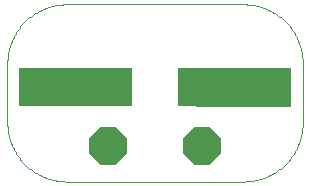
<source format=gtl>
G04 EAGLE Gerber RS-274X export*
G75*
%MOMM*%
%FSLAX35Y35*%
%LPD*%
%INcopper_top*%
%IPPOS*%
%AMOC8*
5,1,8,0,0,1.08239X$1,22.5*%
G01*
%ADD10C,0.000000*%
%ADD11R,1.800000X3.200000*%
%ADD12P,3.409096X8X22.500000*%
%ADD13C,0.650000*%

G36*
X1150080Y-164983D02*
X1150080Y-164983D01*
X1150160Y-164997D01*
X1151053Y-164785D01*
X1151950Y-164603D01*
X1152017Y-164558D01*
X1152096Y-164539D01*
X1152836Y-163996D01*
X1153591Y-163478D01*
X1153635Y-163410D01*
X1153701Y-163362D01*
X1154170Y-162573D01*
X1154663Y-161802D01*
X1154677Y-161722D01*
X1154719Y-161652D01*
X1154999Y-160000D01*
X1154999Y160000D01*
X1154987Y160061D01*
X1154997Y160120D01*
X1154993Y160137D01*
X1154997Y160160D01*
X1154785Y161053D01*
X1154603Y161950D01*
X1154558Y162017D01*
X1154539Y162096D01*
X1153996Y162836D01*
X1153478Y163591D01*
X1153410Y163635D01*
X1153362Y163701D01*
X1152573Y164170D01*
X1151802Y164663D01*
X1151722Y164677D01*
X1151652Y164719D01*
X1150000Y164999D01*
X350000Y164999D01*
X349920Y164983D01*
X349840Y164997D01*
X348947Y164785D01*
X348050Y164603D01*
X347983Y164558D01*
X347904Y164539D01*
X347164Y163996D01*
X346409Y163478D01*
X346365Y163410D01*
X346299Y163362D01*
X345830Y162573D01*
X345337Y161802D01*
X345323Y161722D01*
X345281Y161652D01*
X345001Y160000D01*
X345001Y-160000D01*
X345017Y-160080D01*
X345003Y-160160D01*
X345215Y-161053D01*
X345397Y-161950D01*
X345443Y-162017D01*
X345461Y-162096D01*
X346004Y-162836D01*
X346522Y-163591D01*
X346590Y-163635D01*
X346638Y-163701D01*
X347428Y-164170D01*
X348198Y-164663D01*
X348278Y-164677D01*
X348348Y-164719D01*
X350000Y-164999D01*
X1150000Y-164999D01*
X1150080Y-164983D01*
G37*
G36*
X-349521Y-160139D02*
X-349521Y-160139D01*
X-349580Y-160060D01*
X-349501Y-160000D01*
X-349501Y160000D01*
X-349861Y160479D01*
X-349940Y160420D01*
X-350000Y160499D01*
X-1150000Y160499D01*
X-1150479Y160139D01*
X-1150420Y160060D01*
X-1150499Y160000D01*
X-1150499Y-160000D01*
X-1150139Y-160479D01*
X-1150060Y-160420D01*
X-1150000Y-160499D01*
X-350000Y-160499D01*
X-349521Y-160139D01*
G37*
D10*
X-750000Y700000D02*
X750000Y700000D01*
X762082Y699854D01*
X774157Y699416D01*
X786217Y698687D01*
X798257Y697666D01*
X810268Y696354D01*
X822245Y694753D01*
X834179Y692863D01*
X846063Y690685D01*
X857892Y688221D01*
X869658Y685471D01*
X881354Y682438D01*
X892973Y679123D01*
X904508Y675528D01*
X915954Y671656D01*
X927302Y667508D01*
X938547Y663087D01*
X949682Y658396D01*
X960701Y653437D01*
X971596Y648213D01*
X982362Y642728D01*
X992992Y636984D01*
X1003480Y630985D01*
X1013820Y624734D01*
X1024006Y618235D01*
X1034032Y611492D01*
X1043893Y604508D01*
X1053581Y597289D01*
X1063093Y589837D01*
X1072421Y582158D01*
X1081561Y574255D01*
X1090508Y566134D01*
X1099256Y557799D01*
X1107799Y549256D01*
X1116134Y540508D01*
X1124255Y531561D01*
X1132158Y522421D01*
X1139837Y513093D01*
X1147289Y503581D01*
X1154508Y493893D01*
X1161492Y484032D01*
X1168235Y474006D01*
X1174734Y463820D01*
X1180985Y453480D01*
X1186984Y442992D01*
X1192728Y432362D01*
X1198213Y421596D01*
X1203437Y410701D01*
X1208396Y399682D01*
X1213087Y388547D01*
X1217508Y377302D01*
X1221656Y365954D01*
X1225528Y354508D01*
X1229123Y342973D01*
X1232438Y331354D01*
X1235471Y319658D01*
X1238221Y307892D01*
X1240685Y296063D01*
X1242863Y284179D01*
X1244753Y272245D01*
X1246354Y260268D01*
X1247666Y248257D01*
X1248687Y236217D01*
X1249416Y224157D01*
X1249854Y212082D01*
X1250000Y200000D01*
X1250000Y-300000D01*
X1249854Y-312082D01*
X1249416Y-324157D01*
X1248687Y-336217D01*
X1247666Y-348257D01*
X1246354Y-360268D01*
X1244753Y-372245D01*
X1242863Y-384179D01*
X1240685Y-396063D01*
X1238221Y-407892D01*
X1235471Y-419658D01*
X1232438Y-431354D01*
X1229123Y-442973D01*
X1225528Y-454508D01*
X1221656Y-465954D01*
X1217508Y-477302D01*
X1213087Y-488547D01*
X1208396Y-499682D01*
X1203437Y-510701D01*
X1198213Y-521596D01*
X1192728Y-532362D01*
X1186984Y-542992D01*
X1180985Y-553480D01*
X1174734Y-563820D01*
X1168235Y-574006D01*
X1161492Y-584032D01*
X1154508Y-593893D01*
X1147289Y-603581D01*
X1139837Y-613093D01*
X1132158Y-622421D01*
X1124255Y-631561D01*
X1116134Y-640508D01*
X1107799Y-649256D01*
X1099256Y-657799D01*
X1090508Y-666134D01*
X1081561Y-674255D01*
X1072421Y-682158D01*
X1063093Y-689837D01*
X1053581Y-697289D01*
X1043893Y-704508D01*
X1034032Y-711492D01*
X1024006Y-718235D01*
X1013820Y-724734D01*
X1003480Y-730985D01*
X992992Y-736984D01*
X982362Y-742728D01*
X971596Y-748213D01*
X960701Y-753437D01*
X949682Y-758396D01*
X938547Y-763087D01*
X927302Y-767508D01*
X915954Y-771656D01*
X904508Y-775528D01*
X892973Y-779123D01*
X881354Y-782438D01*
X869658Y-785471D01*
X857892Y-788221D01*
X846063Y-790685D01*
X834179Y-792863D01*
X822245Y-794753D01*
X810268Y-796354D01*
X798257Y-797666D01*
X786217Y-798687D01*
X774157Y-799416D01*
X762082Y-799854D01*
X750000Y-800000D01*
X-750000Y-800000D01*
X-762082Y-799854D01*
X-774157Y-799416D01*
X-786217Y-798687D01*
X-798257Y-797666D01*
X-810268Y-796354D01*
X-822245Y-794753D01*
X-834179Y-792863D01*
X-846063Y-790685D01*
X-857892Y-788221D01*
X-869658Y-785471D01*
X-881354Y-782438D01*
X-892973Y-779123D01*
X-904508Y-775528D01*
X-915954Y-771656D01*
X-927302Y-767508D01*
X-938547Y-763087D01*
X-949682Y-758396D01*
X-960701Y-753437D01*
X-971596Y-748213D01*
X-982362Y-742728D01*
X-992992Y-736984D01*
X-1003480Y-730985D01*
X-1013820Y-724734D01*
X-1024006Y-718235D01*
X-1034032Y-711492D01*
X-1043893Y-704508D01*
X-1053581Y-697289D01*
X-1063093Y-689837D01*
X-1072421Y-682158D01*
X-1081561Y-674255D01*
X-1090508Y-666134D01*
X-1099256Y-657799D01*
X-1107799Y-649256D01*
X-1116134Y-640508D01*
X-1124255Y-631561D01*
X-1132158Y-622421D01*
X-1139837Y-613093D01*
X-1147289Y-603581D01*
X-1154508Y-593893D01*
X-1161492Y-584032D01*
X-1168235Y-574006D01*
X-1174734Y-563820D01*
X-1180985Y-553480D01*
X-1186984Y-542992D01*
X-1192728Y-532362D01*
X-1198213Y-521596D01*
X-1203437Y-510701D01*
X-1208396Y-499682D01*
X-1213087Y-488547D01*
X-1217508Y-477302D01*
X-1221656Y-465954D01*
X-1225528Y-454508D01*
X-1229123Y-442973D01*
X-1232438Y-431354D01*
X-1235471Y-419658D01*
X-1238221Y-407892D01*
X-1240685Y-396063D01*
X-1242863Y-384179D01*
X-1244753Y-372245D01*
X-1246354Y-360268D01*
X-1247666Y-348257D01*
X-1248687Y-336217D01*
X-1249416Y-324157D01*
X-1249854Y-312082D01*
X-1250000Y-300000D01*
X-1250000Y200000D01*
X-1249854Y212082D01*
X-1249416Y224157D01*
X-1248687Y236217D01*
X-1247666Y248257D01*
X-1246354Y260268D01*
X-1244753Y272245D01*
X-1242863Y284179D01*
X-1240685Y296063D01*
X-1238221Y307892D01*
X-1235471Y319658D01*
X-1232438Y331354D01*
X-1229123Y342973D01*
X-1225528Y354508D01*
X-1221656Y365954D01*
X-1217508Y377302D01*
X-1213087Y388547D01*
X-1208396Y399682D01*
X-1203437Y410701D01*
X-1198213Y421596D01*
X-1192728Y432362D01*
X-1186984Y442992D01*
X-1180985Y453480D01*
X-1174734Y463820D01*
X-1168235Y474006D01*
X-1161492Y484032D01*
X-1154508Y493893D01*
X-1147289Y503581D01*
X-1139837Y513093D01*
X-1132158Y522421D01*
X-1124255Y531561D01*
X-1116134Y540508D01*
X-1107799Y549256D01*
X-1099256Y557799D01*
X-1090508Y566134D01*
X-1081561Y574255D01*
X-1072421Y582158D01*
X-1063093Y589837D01*
X-1053581Y597289D01*
X-1043893Y604508D01*
X-1034032Y611492D01*
X-1024006Y618235D01*
X-1013820Y624734D01*
X-1003480Y630985D01*
X-992992Y636984D01*
X-982362Y642728D01*
X-971596Y648213D01*
X-960701Y653437D01*
X-949682Y658396D01*
X-938547Y663087D01*
X-927302Y667508D01*
X-915954Y671656D01*
X-904508Y675528D01*
X-892973Y679123D01*
X-881354Y682438D01*
X-869658Y685471D01*
X-857892Y688221D01*
X-846063Y690685D01*
X-834179Y692863D01*
X-822245Y694753D01*
X-810268Y696354D01*
X-798257Y697666D01*
X-786217Y698687D01*
X-774157Y699416D01*
X-762082Y699854D01*
X-750000Y700000D01*
D11*
X-280000Y0D03*
X280000Y0D03*
D12*
X-400000Y-500000D03*
X400000Y-500000D03*
D13*
X-400000Y0D03*
X400000Y0D03*
M02*

</source>
